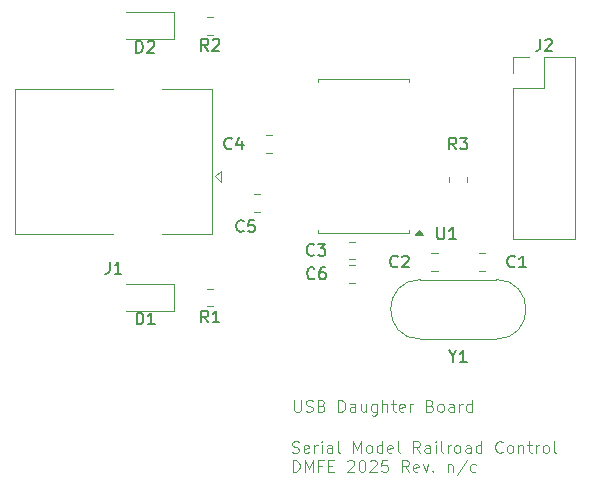
<source format=gbr>
%TF.GenerationSoftware,KiCad,Pcbnew,9.0.0*%
%TF.CreationDate,2025-03-23T19:11:54-07:00*%
%TF.ProjectId,SMRRC_USB,534d5252-435f-4555-9342-2e6b69636164,n/c*%
%TF.SameCoordinates,Original*%
%TF.FileFunction,Legend,Top*%
%TF.FilePolarity,Positive*%
%FSLAX46Y46*%
G04 Gerber Fmt 4.6, Leading zero omitted, Abs format (unit mm)*
G04 Created by KiCad (PCBNEW 9.0.0) date 2025-03-23 19:11:54*
%MOMM*%
%LPD*%
G01*
G04 APERTURE LIST*
%ADD10C,0.100000*%
%ADD11C,0.150000*%
%ADD12C,0.120000*%
G04 APERTURE END LIST*
D10*
X133103884Y-104672419D02*
X133103884Y-105481942D01*
X133103884Y-105481942D02*
X133151503Y-105577180D01*
X133151503Y-105577180D02*
X133199122Y-105624800D01*
X133199122Y-105624800D02*
X133294360Y-105672419D01*
X133294360Y-105672419D02*
X133484836Y-105672419D01*
X133484836Y-105672419D02*
X133580074Y-105624800D01*
X133580074Y-105624800D02*
X133627693Y-105577180D01*
X133627693Y-105577180D02*
X133675312Y-105481942D01*
X133675312Y-105481942D02*
X133675312Y-104672419D01*
X134103884Y-105624800D02*
X134246741Y-105672419D01*
X134246741Y-105672419D02*
X134484836Y-105672419D01*
X134484836Y-105672419D02*
X134580074Y-105624800D01*
X134580074Y-105624800D02*
X134627693Y-105577180D01*
X134627693Y-105577180D02*
X134675312Y-105481942D01*
X134675312Y-105481942D02*
X134675312Y-105386704D01*
X134675312Y-105386704D02*
X134627693Y-105291466D01*
X134627693Y-105291466D02*
X134580074Y-105243847D01*
X134580074Y-105243847D02*
X134484836Y-105196228D01*
X134484836Y-105196228D02*
X134294360Y-105148609D01*
X134294360Y-105148609D02*
X134199122Y-105100990D01*
X134199122Y-105100990D02*
X134151503Y-105053371D01*
X134151503Y-105053371D02*
X134103884Y-104958133D01*
X134103884Y-104958133D02*
X134103884Y-104862895D01*
X134103884Y-104862895D02*
X134151503Y-104767657D01*
X134151503Y-104767657D02*
X134199122Y-104720038D01*
X134199122Y-104720038D02*
X134294360Y-104672419D01*
X134294360Y-104672419D02*
X134532455Y-104672419D01*
X134532455Y-104672419D02*
X134675312Y-104720038D01*
X135437217Y-105148609D02*
X135580074Y-105196228D01*
X135580074Y-105196228D02*
X135627693Y-105243847D01*
X135627693Y-105243847D02*
X135675312Y-105339085D01*
X135675312Y-105339085D02*
X135675312Y-105481942D01*
X135675312Y-105481942D02*
X135627693Y-105577180D01*
X135627693Y-105577180D02*
X135580074Y-105624800D01*
X135580074Y-105624800D02*
X135484836Y-105672419D01*
X135484836Y-105672419D02*
X135103884Y-105672419D01*
X135103884Y-105672419D02*
X135103884Y-104672419D01*
X135103884Y-104672419D02*
X135437217Y-104672419D01*
X135437217Y-104672419D02*
X135532455Y-104720038D01*
X135532455Y-104720038D02*
X135580074Y-104767657D01*
X135580074Y-104767657D02*
X135627693Y-104862895D01*
X135627693Y-104862895D02*
X135627693Y-104958133D01*
X135627693Y-104958133D02*
X135580074Y-105053371D01*
X135580074Y-105053371D02*
X135532455Y-105100990D01*
X135532455Y-105100990D02*
X135437217Y-105148609D01*
X135437217Y-105148609D02*
X135103884Y-105148609D01*
X136865789Y-105672419D02*
X136865789Y-104672419D01*
X136865789Y-104672419D02*
X137103884Y-104672419D01*
X137103884Y-104672419D02*
X137246741Y-104720038D01*
X137246741Y-104720038D02*
X137341979Y-104815276D01*
X137341979Y-104815276D02*
X137389598Y-104910514D01*
X137389598Y-104910514D02*
X137437217Y-105100990D01*
X137437217Y-105100990D02*
X137437217Y-105243847D01*
X137437217Y-105243847D02*
X137389598Y-105434323D01*
X137389598Y-105434323D02*
X137341979Y-105529561D01*
X137341979Y-105529561D02*
X137246741Y-105624800D01*
X137246741Y-105624800D02*
X137103884Y-105672419D01*
X137103884Y-105672419D02*
X136865789Y-105672419D01*
X138294360Y-105672419D02*
X138294360Y-105148609D01*
X138294360Y-105148609D02*
X138246741Y-105053371D01*
X138246741Y-105053371D02*
X138151503Y-105005752D01*
X138151503Y-105005752D02*
X137961027Y-105005752D01*
X137961027Y-105005752D02*
X137865789Y-105053371D01*
X138294360Y-105624800D02*
X138199122Y-105672419D01*
X138199122Y-105672419D02*
X137961027Y-105672419D01*
X137961027Y-105672419D02*
X137865789Y-105624800D01*
X137865789Y-105624800D02*
X137818170Y-105529561D01*
X137818170Y-105529561D02*
X137818170Y-105434323D01*
X137818170Y-105434323D02*
X137865789Y-105339085D01*
X137865789Y-105339085D02*
X137961027Y-105291466D01*
X137961027Y-105291466D02*
X138199122Y-105291466D01*
X138199122Y-105291466D02*
X138294360Y-105243847D01*
X139199122Y-105005752D02*
X139199122Y-105672419D01*
X138770551Y-105005752D02*
X138770551Y-105529561D01*
X138770551Y-105529561D02*
X138818170Y-105624800D01*
X138818170Y-105624800D02*
X138913408Y-105672419D01*
X138913408Y-105672419D02*
X139056265Y-105672419D01*
X139056265Y-105672419D02*
X139151503Y-105624800D01*
X139151503Y-105624800D02*
X139199122Y-105577180D01*
X140103884Y-105005752D02*
X140103884Y-105815276D01*
X140103884Y-105815276D02*
X140056265Y-105910514D01*
X140056265Y-105910514D02*
X140008646Y-105958133D01*
X140008646Y-105958133D02*
X139913408Y-106005752D01*
X139913408Y-106005752D02*
X139770551Y-106005752D01*
X139770551Y-106005752D02*
X139675313Y-105958133D01*
X140103884Y-105624800D02*
X140008646Y-105672419D01*
X140008646Y-105672419D02*
X139818170Y-105672419D01*
X139818170Y-105672419D02*
X139722932Y-105624800D01*
X139722932Y-105624800D02*
X139675313Y-105577180D01*
X139675313Y-105577180D02*
X139627694Y-105481942D01*
X139627694Y-105481942D02*
X139627694Y-105196228D01*
X139627694Y-105196228D02*
X139675313Y-105100990D01*
X139675313Y-105100990D02*
X139722932Y-105053371D01*
X139722932Y-105053371D02*
X139818170Y-105005752D01*
X139818170Y-105005752D02*
X140008646Y-105005752D01*
X140008646Y-105005752D02*
X140103884Y-105053371D01*
X140580075Y-105672419D02*
X140580075Y-104672419D01*
X141008646Y-105672419D02*
X141008646Y-105148609D01*
X141008646Y-105148609D02*
X140961027Y-105053371D01*
X140961027Y-105053371D02*
X140865789Y-105005752D01*
X140865789Y-105005752D02*
X140722932Y-105005752D01*
X140722932Y-105005752D02*
X140627694Y-105053371D01*
X140627694Y-105053371D02*
X140580075Y-105100990D01*
X141341980Y-105005752D02*
X141722932Y-105005752D01*
X141484837Y-104672419D02*
X141484837Y-105529561D01*
X141484837Y-105529561D02*
X141532456Y-105624800D01*
X141532456Y-105624800D02*
X141627694Y-105672419D01*
X141627694Y-105672419D02*
X141722932Y-105672419D01*
X142437218Y-105624800D02*
X142341980Y-105672419D01*
X142341980Y-105672419D02*
X142151504Y-105672419D01*
X142151504Y-105672419D02*
X142056266Y-105624800D01*
X142056266Y-105624800D02*
X142008647Y-105529561D01*
X142008647Y-105529561D02*
X142008647Y-105148609D01*
X142008647Y-105148609D02*
X142056266Y-105053371D01*
X142056266Y-105053371D02*
X142151504Y-105005752D01*
X142151504Y-105005752D02*
X142341980Y-105005752D01*
X142341980Y-105005752D02*
X142437218Y-105053371D01*
X142437218Y-105053371D02*
X142484837Y-105148609D01*
X142484837Y-105148609D02*
X142484837Y-105243847D01*
X142484837Y-105243847D02*
X142008647Y-105339085D01*
X142913409Y-105672419D02*
X142913409Y-105005752D01*
X142913409Y-105196228D02*
X142961028Y-105100990D01*
X142961028Y-105100990D02*
X143008647Y-105053371D01*
X143008647Y-105053371D02*
X143103885Y-105005752D01*
X143103885Y-105005752D02*
X143199123Y-105005752D01*
X144627695Y-105148609D02*
X144770552Y-105196228D01*
X144770552Y-105196228D02*
X144818171Y-105243847D01*
X144818171Y-105243847D02*
X144865790Y-105339085D01*
X144865790Y-105339085D02*
X144865790Y-105481942D01*
X144865790Y-105481942D02*
X144818171Y-105577180D01*
X144818171Y-105577180D02*
X144770552Y-105624800D01*
X144770552Y-105624800D02*
X144675314Y-105672419D01*
X144675314Y-105672419D02*
X144294362Y-105672419D01*
X144294362Y-105672419D02*
X144294362Y-104672419D01*
X144294362Y-104672419D02*
X144627695Y-104672419D01*
X144627695Y-104672419D02*
X144722933Y-104720038D01*
X144722933Y-104720038D02*
X144770552Y-104767657D01*
X144770552Y-104767657D02*
X144818171Y-104862895D01*
X144818171Y-104862895D02*
X144818171Y-104958133D01*
X144818171Y-104958133D02*
X144770552Y-105053371D01*
X144770552Y-105053371D02*
X144722933Y-105100990D01*
X144722933Y-105100990D02*
X144627695Y-105148609D01*
X144627695Y-105148609D02*
X144294362Y-105148609D01*
X145437219Y-105672419D02*
X145341981Y-105624800D01*
X145341981Y-105624800D02*
X145294362Y-105577180D01*
X145294362Y-105577180D02*
X145246743Y-105481942D01*
X145246743Y-105481942D02*
X145246743Y-105196228D01*
X145246743Y-105196228D02*
X145294362Y-105100990D01*
X145294362Y-105100990D02*
X145341981Y-105053371D01*
X145341981Y-105053371D02*
X145437219Y-105005752D01*
X145437219Y-105005752D02*
X145580076Y-105005752D01*
X145580076Y-105005752D02*
X145675314Y-105053371D01*
X145675314Y-105053371D02*
X145722933Y-105100990D01*
X145722933Y-105100990D02*
X145770552Y-105196228D01*
X145770552Y-105196228D02*
X145770552Y-105481942D01*
X145770552Y-105481942D02*
X145722933Y-105577180D01*
X145722933Y-105577180D02*
X145675314Y-105624800D01*
X145675314Y-105624800D02*
X145580076Y-105672419D01*
X145580076Y-105672419D02*
X145437219Y-105672419D01*
X146627695Y-105672419D02*
X146627695Y-105148609D01*
X146627695Y-105148609D02*
X146580076Y-105053371D01*
X146580076Y-105053371D02*
X146484838Y-105005752D01*
X146484838Y-105005752D02*
X146294362Y-105005752D01*
X146294362Y-105005752D02*
X146199124Y-105053371D01*
X146627695Y-105624800D02*
X146532457Y-105672419D01*
X146532457Y-105672419D02*
X146294362Y-105672419D01*
X146294362Y-105672419D02*
X146199124Y-105624800D01*
X146199124Y-105624800D02*
X146151505Y-105529561D01*
X146151505Y-105529561D02*
X146151505Y-105434323D01*
X146151505Y-105434323D02*
X146199124Y-105339085D01*
X146199124Y-105339085D02*
X146294362Y-105291466D01*
X146294362Y-105291466D02*
X146532457Y-105291466D01*
X146532457Y-105291466D02*
X146627695Y-105243847D01*
X147103886Y-105672419D02*
X147103886Y-105005752D01*
X147103886Y-105196228D02*
X147151505Y-105100990D01*
X147151505Y-105100990D02*
X147199124Y-105053371D01*
X147199124Y-105053371D02*
X147294362Y-105005752D01*
X147294362Y-105005752D02*
X147389600Y-105005752D01*
X148151505Y-105672419D02*
X148151505Y-104672419D01*
X148151505Y-105624800D02*
X148056267Y-105672419D01*
X148056267Y-105672419D02*
X147865791Y-105672419D01*
X147865791Y-105672419D02*
X147770553Y-105624800D01*
X147770553Y-105624800D02*
X147722934Y-105577180D01*
X147722934Y-105577180D02*
X147675315Y-105481942D01*
X147675315Y-105481942D02*
X147675315Y-105196228D01*
X147675315Y-105196228D02*
X147722934Y-105100990D01*
X147722934Y-105100990D02*
X147770553Y-105053371D01*
X147770553Y-105053371D02*
X147865791Y-105005752D01*
X147865791Y-105005752D02*
X148056267Y-105005752D01*
X148056267Y-105005752D02*
X148151505Y-105053371D01*
X132956265Y-109114856D02*
X133099122Y-109162475D01*
X133099122Y-109162475D02*
X133337217Y-109162475D01*
X133337217Y-109162475D02*
X133432455Y-109114856D01*
X133432455Y-109114856D02*
X133480074Y-109067236D01*
X133480074Y-109067236D02*
X133527693Y-108971998D01*
X133527693Y-108971998D02*
X133527693Y-108876760D01*
X133527693Y-108876760D02*
X133480074Y-108781522D01*
X133480074Y-108781522D02*
X133432455Y-108733903D01*
X133432455Y-108733903D02*
X133337217Y-108686284D01*
X133337217Y-108686284D02*
X133146741Y-108638665D01*
X133146741Y-108638665D02*
X133051503Y-108591046D01*
X133051503Y-108591046D02*
X133003884Y-108543427D01*
X133003884Y-108543427D02*
X132956265Y-108448189D01*
X132956265Y-108448189D02*
X132956265Y-108352951D01*
X132956265Y-108352951D02*
X133003884Y-108257713D01*
X133003884Y-108257713D02*
X133051503Y-108210094D01*
X133051503Y-108210094D02*
X133146741Y-108162475D01*
X133146741Y-108162475D02*
X133384836Y-108162475D01*
X133384836Y-108162475D02*
X133527693Y-108210094D01*
X134337217Y-109114856D02*
X134241979Y-109162475D01*
X134241979Y-109162475D02*
X134051503Y-109162475D01*
X134051503Y-109162475D02*
X133956265Y-109114856D01*
X133956265Y-109114856D02*
X133908646Y-109019617D01*
X133908646Y-109019617D02*
X133908646Y-108638665D01*
X133908646Y-108638665D02*
X133956265Y-108543427D01*
X133956265Y-108543427D02*
X134051503Y-108495808D01*
X134051503Y-108495808D02*
X134241979Y-108495808D01*
X134241979Y-108495808D02*
X134337217Y-108543427D01*
X134337217Y-108543427D02*
X134384836Y-108638665D01*
X134384836Y-108638665D02*
X134384836Y-108733903D01*
X134384836Y-108733903D02*
X133908646Y-108829141D01*
X134813408Y-109162475D02*
X134813408Y-108495808D01*
X134813408Y-108686284D02*
X134861027Y-108591046D01*
X134861027Y-108591046D02*
X134908646Y-108543427D01*
X134908646Y-108543427D02*
X135003884Y-108495808D01*
X135003884Y-108495808D02*
X135099122Y-108495808D01*
X135432456Y-109162475D02*
X135432456Y-108495808D01*
X135432456Y-108162475D02*
X135384837Y-108210094D01*
X135384837Y-108210094D02*
X135432456Y-108257713D01*
X135432456Y-108257713D02*
X135480075Y-108210094D01*
X135480075Y-108210094D02*
X135432456Y-108162475D01*
X135432456Y-108162475D02*
X135432456Y-108257713D01*
X136337217Y-109162475D02*
X136337217Y-108638665D01*
X136337217Y-108638665D02*
X136289598Y-108543427D01*
X136289598Y-108543427D02*
X136194360Y-108495808D01*
X136194360Y-108495808D02*
X136003884Y-108495808D01*
X136003884Y-108495808D02*
X135908646Y-108543427D01*
X136337217Y-109114856D02*
X136241979Y-109162475D01*
X136241979Y-109162475D02*
X136003884Y-109162475D01*
X136003884Y-109162475D02*
X135908646Y-109114856D01*
X135908646Y-109114856D02*
X135861027Y-109019617D01*
X135861027Y-109019617D02*
X135861027Y-108924379D01*
X135861027Y-108924379D02*
X135908646Y-108829141D01*
X135908646Y-108829141D02*
X136003884Y-108781522D01*
X136003884Y-108781522D02*
X136241979Y-108781522D01*
X136241979Y-108781522D02*
X136337217Y-108733903D01*
X136956265Y-109162475D02*
X136861027Y-109114856D01*
X136861027Y-109114856D02*
X136813408Y-109019617D01*
X136813408Y-109019617D02*
X136813408Y-108162475D01*
X138099123Y-109162475D02*
X138099123Y-108162475D01*
X138099123Y-108162475D02*
X138432456Y-108876760D01*
X138432456Y-108876760D02*
X138765789Y-108162475D01*
X138765789Y-108162475D02*
X138765789Y-109162475D01*
X139384837Y-109162475D02*
X139289599Y-109114856D01*
X139289599Y-109114856D02*
X139241980Y-109067236D01*
X139241980Y-109067236D02*
X139194361Y-108971998D01*
X139194361Y-108971998D02*
X139194361Y-108686284D01*
X139194361Y-108686284D02*
X139241980Y-108591046D01*
X139241980Y-108591046D02*
X139289599Y-108543427D01*
X139289599Y-108543427D02*
X139384837Y-108495808D01*
X139384837Y-108495808D02*
X139527694Y-108495808D01*
X139527694Y-108495808D02*
X139622932Y-108543427D01*
X139622932Y-108543427D02*
X139670551Y-108591046D01*
X139670551Y-108591046D02*
X139718170Y-108686284D01*
X139718170Y-108686284D02*
X139718170Y-108971998D01*
X139718170Y-108971998D02*
X139670551Y-109067236D01*
X139670551Y-109067236D02*
X139622932Y-109114856D01*
X139622932Y-109114856D02*
X139527694Y-109162475D01*
X139527694Y-109162475D02*
X139384837Y-109162475D01*
X140575313Y-109162475D02*
X140575313Y-108162475D01*
X140575313Y-109114856D02*
X140480075Y-109162475D01*
X140480075Y-109162475D02*
X140289599Y-109162475D01*
X140289599Y-109162475D02*
X140194361Y-109114856D01*
X140194361Y-109114856D02*
X140146742Y-109067236D01*
X140146742Y-109067236D02*
X140099123Y-108971998D01*
X140099123Y-108971998D02*
X140099123Y-108686284D01*
X140099123Y-108686284D02*
X140146742Y-108591046D01*
X140146742Y-108591046D02*
X140194361Y-108543427D01*
X140194361Y-108543427D02*
X140289599Y-108495808D01*
X140289599Y-108495808D02*
X140480075Y-108495808D01*
X140480075Y-108495808D02*
X140575313Y-108543427D01*
X141432456Y-109114856D02*
X141337218Y-109162475D01*
X141337218Y-109162475D02*
X141146742Y-109162475D01*
X141146742Y-109162475D02*
X141051504Y-109114856D01*
X141051504Y-109114856D02*
X141003885Y-109019617D01*
X141003885Y-109019617D02*
X141003885Y-108638665D01*
X141003885Y-108638665D02*
X141051504Y-108543427D01*
X141051504Y-108543427D02*
X141146742Y-108495808D01*
X141146742Y-108495808D02*
X141337218Y-108495808D01*
X141337218Y-108495808D02*
X141432456Y-108543427D01*
X141432456Y-108543427D02*
X141480075Y-108638665D01*
X141480075Y-108638665D02*
X141480075Y-108733903D01*
X141480075Y-108733903D02*
X141003885Y-108829141D01*
X142051504Y-109162475D02*
X141956266Y-109114856D01*
X141956266Y-109114856D02*
X141908647Y-109019617D01*
X141908647Y-109019617D02*
X141908647Y-108162475D01*
X143765790Y-109162475D02*
X143432457Y-108686284D01*
X143194362Y-109162475D02*
X143194362Y-108162475D01*
X143194362Y-108162475D02*
X143575314Y-108162475D01*
X143575314Y-108162475D02*
X143670552Y-108210094D01*
X143670552Y-108210094D02*
X143718171Y-108257713D01*
X143718171Y-108257713D02*
X143765790Y-108352951D01*
X143765790Y-108352951D02*
X143765790Y-108495808D01*
X143765790Y-108495808D02*
X143718171Y-108591046D01*
X143718171Y-108591046D02*
X143670552Y-108638665D01*
X143670552Y-108638665D02*
X143575314Y-108686284D01*
X143575314Y-108686284D02*
X143194362Y-108686284D01*
X144622933Y-109162475D02*
X144622933Y-108638665D01*
X144622933Y-108638665D02*
X144575314Y-108543427D01*
X144575314Y-108543427D02*
X144480076Y-108495808D01*
X144480076Y-108495808D02*
X144289600Y-108495808D01*
X144289600Y-108495808D02*
X144194362Y-108543427D01*
X144622933Y-109114856D02*
X144527695Y-109162475D01*
X144527695Y-109162475D02*
X144289600Y-109162475D01*
X144289600Y-109162475D02*
X144194362Y-109114856D01*
X144194362Y-109114856D02*
X144146743Y-109019617D01*
X144146743Y-109019617D02*
X144146743Y-108924379D01*
X144146743Y-108924379D02*
X144194362Y-108829141D01*
X144194362Y-108829141D02*
X144289600Y-108781522D01*
X144289600Y-108781522D02*
X144527695Y-108781522D01*
X144527695Y-108781522D02*
X144622933Y-108733903D01*
X145099124Y-109162475D02*
X145099124Y-108495808D01*
X145099124Y-108162475D02*
X145051505Y-108210094D01*
X145051505Y-108210094D02*
X145099124Y-108257713D01*
X145099124Y-108257713D02*
X145146743Y-108210094D01*
X145146743Y-108210094D02*
X145099124Y-108162475D01*
X145099124Y-108162475D02*
X145099124Y-108257713D01*
X145718171Y-109162475D02*
X145622933Y-109114856D01*
X145622933Y-109114856D02*
X145575314Y-109019617D01*
X145575314Y-109019617D02*
X145575314Y-108162475D01*
X146099124Y-109162475D02*
X146099124Y-108495808D01*
X146099124Y-108686284D02*
X146146743Y-108591046D01*
X146146743Y-108591046D02*
X146194362Y-108543427D01*
X146194362Y-108543427D02*
X146289600Y-108495808D01*
X146289600Y-108495808D02*
X146384838Y-108495808D01*
X146861029Y-109162475D02*
X146765791Y-109114856D01*
X146765791Y-109114856D02*
X146718172Y-109067236D01*
X146718172Y-109067236D02*
X146670553Y-108971998D01*
X146670553Y-108971998D02*
X146670553Y-108686284D01*
X146670553Y-108686284D02*
X146718172Y-108591046D01*
X146718172Y-108591046D02*
X146765791Y-108543427D01*
X146765791Y-108543427D02*
X146861029Y-108495808D01*
X146861029Y-108495808D02*
X147003886Y-108495808D01*
X147003886Y-108495808D02*
X147099124Y-108543427D01*
X147099124Y-108543427D02*
X147146743Y-108591046D01*
X147146743Y-108591046D02*
X147194362Y-108686284D01*
X147194362Y-108686284D02*
X147194362Y-108971998D01*
X147194362Y-108971998D02*
X147146743Y-109067236D01*
X147146743Y-109067236D02*
X147099124Y-109114856D01*
X147099124Y-109114856D02*
X147003886Y-109162475D01*
X147003886Y-109162475D02*
X146861029Y-109162475D01*
X148051505Y-109162475D02*
X148051505Y-108638665D01*
X148051505Y-108638665D02*
X148003886Y-108543427D01*
X148003886Y-108543427D02*
X147908648Y-108495808D01*
X147908648Y-108495808D02*
X147718172Y-108495808D01*
X147718172Y-108495808D02*
X147622934Y-108543427D01*
X148051505Y-109114856D02*
X147956267Y-109162475D01*
X147956267Y-109162475D02*
X147718172Y-109162475D01*
X147718172Y-109162475D02*
X147622934Y-109114856D01*
X147622934Y-109114856D02*
X147575315Y-109019617D01*
X147575315Y-109019617D02*
X147575315Y-108924379D01*
X147575315Y-108924379D02*
X147622934Y-108829141D01*
X147622934Y-108829141D02*
X147718172Y-108781522D01*
X147718172Y-108781522D02*
X147956267Y-108781522D01*
X147956267Y-108781522D02*
X148051505Y-108733903D01*
X148956267Y-109162475D02*
X148956267Y-108162475D01*
X148956267Y-109114856D02*
X148861029Y-109162475D01*
X148861029Y-109162475D02*
X148670553Y-109162475D01*
X148670553Y-109162475D02*
X148575315Y-109114856D01*
X148575315Y-109114856D02*
X148527696Y-109067236D01*
X148527696Y-109067236D02*
X148480077Y-108971998D01*
X148480077Y-108971998D02*
X148480077Y-108686284D01*
X148480077Y-108686284D02*
X148527696Y-108591046D01*
X148527696Y-108591046D02*
X148575315Y-108543427D01*
X148575315Y-108543427D02*
X148670553Y-108495808D01*
X148670553Y-108495808D02*
X148861029Y-108495808D01*
X148861029Y-108495808D02*
X148956267Y-108543427D01*
X150765791Y-109067236D02*
X150718172Y-109114856D01*
X150718172Y-109114856D02*
X150575315Y-109162475D01*
X150575315Y-109162475D02*
X150480077Y-109162475D01*
X150480077Y-109162475D02*
X150337220Y-109114856D01*
X150337220Y-109114856D02*
X150241982Y-109019617D01*
X150241982Y-109019617D02*
X150194363Y-108924379D01*
X150194363Y-108924379D02*
X150146744Y-108733903D01*
X150146744Y-108733903D02*
X150146744Y-108591046D01*
X150146744Y-108591046D02*
X150194363Y-108400570D01*
X150194363Y-108400570D02*
X150241982Y-108305332D01*
X150241982Y-108305332D02*
X150337220Y-108210094D01*
X150337220Y-108210094D02*
X150480077Y-108162475D01*
X150480077Y-108162475D02*
X150575315Y-108162475D01*
X150575315Y-108162475D02*
X150718172Y-108210094D01*
X150718172Y-108210094D02*
X150765791Y-108257713D01*
X151337220Y-109162475D02*
X151241982Y-109114856D01*
X151241982Y-109114856D02*
X151194363Y-109067236D01*
X151194363Y-109067236D02*
X151146744Y-108971998D01*
X151146744Y-108971998D02*
X151146744Y-108686284D01*
X151146744Y-108686284D02*
X151194363Y-108591046D01*
X151194363Y-108591046D02*
X151241982Y-108543427D01*
X151241982Y-108543427D02*
X151337220Y-108495808D01*
X151337220Y-108495808D02*
X151480077Y-108495808D01*
X151480077Y-108495808D02*
X151575315Y-108543427D01*
X151575315Y-108543427D02*
X151622934Y-108591046D01*
X151622934Y-108591046D02*
X151670553Y-108686284D01*
X151670553Y-108686284D02*
X151670553Y-108971998D01*
X151670553Y-108971998D02*
X151622934Y-109067236D01*
X151622934Y-109067236D02*
X151575315Y-109114856D01*
X151575315Y-109114856D02*
X151480077Y-109162475D01*
X151480077Y-109162475D02*
X151337220Y-109162475D01*
X152099125Y-108495808D02*
X152099125Y-109162475D01*
X152099125Y-108591046D02*
X152146744Y-108543427D01*
X152146744Y-108543427D02*
X152241982Y-108495808D01*
X152241982Y-108495808D02*
X152384839Y-108495808D01*
X152384839Y-108495808D02*
X152480077Y-108543427D01*
X152480077Y-108543427D02*
X152527696Y-108638665D01*
X152527696Y-108638665D02*
X152527696Y-109162475D01*
X152861030Y-108495808D02*
X153241982Y-108495808D01*
X153003887Y-108162475D02*
X153003887Y-109019617D01*
X153003887Y-109019617D02*
X153051506Y-109114856D01*
X153051506Y-109114856D02*
X153146744Y-109162475D01*
X153146744Y-109162475D02*
X153241982Y-109162475D01*
X153575316Y-109162475D02*
X153575316Y-108495808D01*
X153575316Y-108686284D02*
X153622935Y-108591046D01*
X153622935Y-108591046D02*
X153670554Y-108543427D01*
X153670554Y-108543427D02*
X153765792Y-108495808D01*
X153765792Y-108495808D02*
X153861030Y-108495808D01*
X154337221Y-109162475D02*
X154241983Y-109114856D01*
X154241983Y-109114856D02*
X154194364Y-109067236D01*
X154194364Y-109067236D02*
X154146745Y-108971998D01*
X154146745Y-108971998D02*
X154146745Y-108686284D01*
X154146745Y-108686284D02*
X154194364Y-108591046D01*
X154194364Y-108591046D02*
X154241983Y-108543427D01*
X154241983Y-108543427D02*
X154337221Y-108495808D01*
X154337221Y-108495808D02*
X154480078Y-108495808D01*
X154480078Y-108495808D02*
X154575316Y-108543427D01*
X154575316Y-108543427D02*
X154622935Y-108591046D01*
X154622935Y-108591046D02*
X154670554Y-108686284D01*
X154670554Y-108686284D02*
X154670554Y-108971998D01*
X154670554Y-108971998D02*
X154622935Y-109067236D01*
X154622935Y-109067236D02*
X154575316Y-109114856D01*
X154575316Y-109114856D02*
X154480078Y-109162475D01*
X154480078Y-109162475D02*
X154337221Y-109162475D01*
X155241983Y-109162475D02*
X155146745Y-109114856D01*
X155146745Y-109114856D02*
X155099126Y-109019617D01*
X155099126Y-109019617D02*
X155099126Y-108162475D01*
X133003884Y-110772419D02*
X133003884Y-109772419D01*
X133003884Y-109772419D02*
X133241979Y-109772419D01*
X133241979Y-109772419D02*
X133384836Y-109820038D01*
X133384836Y-109820038D02*
X133480074Y-109915276D01*
X133480074Y-109915276D02*
X133527693Y-110010514D01*
X133527693Y-110010514D02*
X133575312Y-110200990D01*
X133575312Y-110200990D02*
X133575312Y-110343847D01*
X133575312Y-110343847D02*
X133527693Y-110534323D01*
X133527693Y-110534323D02*
X133480074Y-110629561D01*
X133480074Y-110629561D02*
X133384836Y-110724800D01*
X133384836Y-110724800D02*
X133241979Y-110772419D01*
X133241979Y-110772419D02*
X133003884Y-110772419D01*
X134003884Y-110772419D02*
X134003884Y-109772419D01*
X134003884Y-109772419D02*
X134337217Y-110486704D01*
X134337217Y-110486704D02*
X134670550Y-109772419D01*
X134670550Y-109772419D02*
X134670550Y-110772419D01*
X135480074Y-110248609D02*
X135146741Y-110248609D01*
X135146741Y-110772419D02*
X135146741Y-109772419D01*
X135146741Y-109772419D02*
X135622931Y-109772419D01*
X136003884Y-110248609D02*
X136337217Y-110248609D01*
X136480074Y-110772419D02*
X136003884Y-110772419D01*
X136003884Y-110772419D02*
X136003884Y-109772419D01*
X136003884Y-109772419D02*
X136480074Y-109772419D01*
X137622932Y-109867657D02*
X137670551Y-109820038D01*
X137670551Y-109820038D02*
X137765789Y-109772419D01*
X137765789Y-109772419D02*
X138003884Y-109772419D01*
X138003884Y-109772419D02*
X138099122Y-109820038D01*
X138099122Y-109820038D02*
X138146741Y-109867657D01*
X138146741Y-109867657D02*
X138194360Y-109962895D01*
X138194360Y-109962895D02*
X138194360Y-110058133D01*
X138194360Y-110058133D02*
X138146741Y-110200990D01*
X138146741Y-110200990D02*
X137575313Y-110772419D01*
X137575313Y-110772419D02*
X138194360Y-110772419D01*
X138813408Y-109772419D02*
X138908646Y-109772419D01*
X138908646Y-109772419D02*
X139003884Y-109820038D01*
X139003884Y-109820038D02*
X139051503Y-109867657D01*
X139051503Y-109867657D02*
X139099122Y-109962895D01*
X139099122Y-109962895D02*
X139146741Y-110153371D01*
X139146741Y-110153371D02*
X139146741Y-110391466D01*
X139146741Y-110391466D02*
X139099122Y-110581942D01*
X139099122Y-110581942D02*
X139051503Y-110677180D01*
X139051503Y-110677180D02*
X139003884Y-110724800D01*
X139003884Y-110724800D02*
X138908646Y-110772419D01*
X138908646Y-110772419D02*
X138813408Y-110772419D01*
X138813408Y-110772419D02*
X138718170Y-110724800D01*
X138718170Y-110724800D02*
X138670551Y-110677180D01*
X138670551Y-110677180D02*
X138622932Y-110581942D01*
X138622932Y-110581942D02*
X138575313Y-110391466D01*
X138575313Y-110391466D02*
X138575313Y-110153371D01*
X138575313Y-110153371D02*
X138622932Y-109962895D01*
X138622932Y-109962895D02*
X138670551Y-109867657D01*
X138670551Y-109867657D02*
X138718170Y-109820038D01*
X138718170Y-109820038D02*
X138813408Y-109772419D01*
X139527694Y-109867657D02*
X139575313Y-109820038D01*
X139575313Y-109820038D02*
X139670551Y-109772419D01*
X139670551Y-109772419D02*
X139908646Y-109772419D01*
X139908646Y-109772419D02*
X140003884Y-109820038D01*
X140003884Y-109820038D02*
X140051503Y-109867657D01*
X140051503Y-109867657D02*
X140099122Y-109962895D01*
X140099122Y-109962895D02*
X140099122Y-110058133D01*
X140099122Y-110058133D02*
X140051503Y-110200990D01*
X140051503Y-110200990D02*
X139480075Y-110772419D01*
X139480075Y-110772419D02*
X140099122Y-110772419D01*
X141003884Y-109772419D02*
X140527694Y-109772419D01*
X140527694Y-109772419D02*
X140480075Y-110248609D01*
X140480075Y-110248609D02*
X140527694Y-110200990D01*
X140527694Y-110200990D02*
X140622932Y-110153371D01*
X140622932Y-110153371D02*
X140861027Y-110153371D01*
X140861027Y-110153371D02*
X140956265Y-110200990D01*
X140956265Y-110200990D02*
X141003884Y-110248609D01*
X141003884Y-110248609D02*
X141051503Y-110343847D01*
X141051503Y-110343847D02*
X141051503Y-110581942D01*
X141051503Y-110581942D02*
X141003884Y-110677180D01*
X141003884Y-110677180D02*
X140956265Y-110724800D01*
X140956265Y-110724800D02*
X140861027Y-110772419D01*
X140861027Y-110772419D02*
X140622932Y-110772419D01*
X140622932Y-110772419D02*
X140527694Y-110724800D01*
X140527694Y-110724800D02*
X140480075Y-110677180D01*
X142813408Y-110772419D02*
X142480075Y-110296228D01*
X142241980Y-110772419D02*
X142241980Y-109772419D01*
X142241980Y-109772419D02*
X142622932Y-109772419D01*
X142622932Y-109772419D02*
X142718170Y-109820038D01*
X142718170Y-109820038D02*
X142765789Y-109867657D01*
X142765789Y-109867657D02*
X142813408Y-109962895D01*
X142813408Y-109962895D02*
X142813408Y-110105752D01*
X142813408Y-110105752D02*
X142765789Y-110200990D01*
X142765789Y-110200990D02*
X142718170Y-110248609D01*
X142718170Y-110248609D02*
X142622932Y-110296228D01*
X142622932Y-110296228D02*
X142241980Y-110296228D01*
X143622932Y-110724800D02*
X143527694Y-110772419D01*
X143527694Y-110772419D02*
X143337218Y-110772419D01*
X143337218Y-110772419D02*
X143241980Y-110724800D01*
X143241980Y-110724800D02*
X143194361Y-110629561D01*
X143194361Y-110629561D02*
X143194361Y-110248609D01*
X143194361Y-110248609D02*
X143241980Y-110153371D01*
X143241980Y-110153371D02*
X143337218Y-110105752D01*
X143337218Y-110105752D02*
X143527694Y-110105752D01*
X143527694Y-110105752D02*
X143622932Y-110153371D01*
X143622932Y-110153371D02*
X143670551Y-110248609D01*
X143670551Y-110248609D02*
X143670551Y-110343847D01*
X143670551Y-110343847D02*
X143194361Y-110439085D01*
X144003885Y-110105752D02*
X144241980Y-110772419D01*
X144241980Y-110772419D02*
X144480075Y-110105752D01*
X144861028Y-110677180D02*
X144908647Y-110724800D01*
X144908647Y-110724800D02*
X144861028Y-110772419D01*
X144861028Y-110772419D02*
X144813409Y-110724800D01*
X144813409Y-110724800D02*
X144861028Y-110677180D01*
X144861028Y-110677180D02*
X144861028Y-110772419D01*
X146099123Y-110105752D02*
X146099123Y-110772419D01*
X146099123Y-110200990D02*
X146146742Y-110153371D01*
X146146742Y-110153371D02*
X146241980Y-110105752D01*
X146241980Y-110105752D02*
X146384837Y-110105752D01*
X146384837Y-110105752D02*
X146480075Y-110153371D01*
X146480075Y-110153371D02*
X146527694Y-110248609D01*
X146527694Y-110248609D02*
X146527694Y-110772419D01*
X147718170Y-109724800D02*
X146861028Y-111010514D01*
X148480075Y-110724800D02*
X148384837Y-110772419D01*
X148384837Y-110772419D02*
X148194361Y-110772419D01*
X148194361Y-110772419D02*
X148099123Y-110724800D01*
X148099123Y-110724800D02*
X148051504Y-110677180D01*
X148051504Y-110677180D02*
X148003885Y-110581942D01*
X148003885Y-110581942D02*
X148003885Y-110296228D01*
X148003885Y-110296228D02*
X148051504Y-110200990D01*
X148051504Y-110200990D02*
X148099123Y-110153371D01*
X148099123Y-110153371D02*
X148194361Y-110105752D01*
X148194361Y-110105752D02*
X148384837Y-110105752D01*
X148384837Y-110105752D02*
X148480075Y-110153371D01*
D11*
X146523809Y-100978628D02*
X146523809Y-101454819D01*
X146190476Y-100454819D02*
X146523809Y-100978628D01*
X146523809Y-100978628D02*
X146857142Y-100454819D01*
X147714285Y-101454819D02*
X147142857Y-101454819D01*
X147428571Y-101454819D02*
X147428571Y-100454819D01*
X147428571Y-100454819D02*
X147333333Y-100597676D01*
X147333333Y-100597676D02*
X147238095Y-100692914D01*
X147238095Y-100692914D02*
X147142857Y-100740533D01*
X145238095Y-90054819D02*
X145238095Y-90864342D01*
X145238095Y-90864342D02*
X145285714Y-90959580D01*
X145285714Y-90959580D02*
X145333333Y-91007200D01*
X145333333Y-91007200D02*
X145428571Y-91054819D01*
X145428571Y-91054819D02*
X145619047Y-91054819D01*
X145619047Y-91054819D02*
X145714285Y-91007200D01*
X145714285Y-91007200D02*
X145761904Y-90959580D01*
X145761904Y-90959580D02*
X145809523Y-90864342D01*
X145809523Y-90864342D02*
X145809523Y-90054819D01*
X146809523Y-91054819D02*
X146238095Y-91054819D01*
X146523809Y-91054819D02*
X146523809Y-90054819D01*
X146523809Y-90054819D02*
X146428571Y-90197676D01*
X146428571Y-90197676D02*
X146333333Y-90292914D01*
X146333333Y-90292914D02*
X146238095Y-90340533D01*
X146833333Y-83454819D02*
X146500000Y-82978628D01*
X146261905Y-83454819D02*
X146261905Y-82454819D01*
X146261905Y-82454819D02*
X146642857Y-82454819D01*
X146642857Y-82454819D02*
X146738095Y-82502438D01*
X146738095Y-82502438D02*
X146785714Y-82550057D01*
X146785714Y-82550057D02*
X146833333Y-82645295D01*
X146833333Y-82645295D02*
X146833333Y-82788152D01*
X146833333Y-82788152D02*
X146785714Y-82883390D01*
X146785714Y-82883390D02*
X146738095Y-82931009D01*
X146738095Y-82931009D02*
X146642857Y-82978628D01*
X146642857Y-82978628D02*
X146261905Y-82978628D01*
X147166667Y-82454819D02*
X147785714Y-82454819D01*
X147785714Y-82454819D02*
X147452381Y-82835771D01*
X147452381Y-82835771D02*
X147595238Y-82835771D01*
X147595238Y-82835771D02*
X147690476Y-82883390D01*
X147690476Y-82883390D02*
X147738095Y-82931009D01*
X147738095Y-82931009D02*
X147785714Y-83026247D01*
X147785714Y-83026247D02*
X147785714Y-83264342D01*
X147785714Y-83264342D02*
X147738095Y-83359580D01*
X147738095Y-83359580D02*
X147690476Y-83407200D01*
X147690476Y-83407200D02*
X147595238Y-83454819D01*
X147595238Y-83454819D02*
X147309524Y-83454819D01*
X147309524Y-83454819D02*
X147214286Y-83407200D01*
X147214286Y-83407200D02*
X147166667Y-83359580D01*
X125833333Y-75104819D02*
X125500000Y-74628628D01*
X125261905Y-75104819D02*
X125261905Y-74104819D01*
X125261905Y-74104819D02*
X125642857Y-74104819D01*
X125642857Y-74104819D02*
X125738095Y-74152438D01*
X125738095Y-74152438D02*
X125785714Y-74200057D01*
X125785714Y-74200057D02*
X125833333Y-74295295D01*
X125833333Y-74295295D02*
X125833333Y-74438152D01*
X125833333Y-74438152D02*
X125785714Y-74533390D01*
X125785714Y-74533390D02*
X125738095Y-74581009D01*
X125738095Y-74581009D02*
X125642857Y-74628628D01*
X125642857Y-74628628D02*
X125261905Y-74628628D01*
X126214286Y-74200057D02*
X126261905Y-74152438D01*
X126261905Y-74152438D02*
X126357143Y-74104819D01*
X126357143Y-74104819D02*
X126595238Y-74104819D01*
X126595238Y-74104819D02*
X126690476Y-74152438D01*
X126690476Y-74152438D02*
X126738095Y-74200057D01*
X126738095Y-74200057D02*
X126785714Y-74295295D01*
X126785714Y-74295295D02*
X126785714Y-74390533D01*
X126785714Y-74390533D02*
X126738095Y-74533390D01*
X126738095Y-74533390D02*
X126166667Y-75104819D01*
X126166667Y-75104819D02*
X126785714Y-75104819D01*
X125833333Y-98104819D02*
X125500000Y-97628628D01*
X125261905Y-98104819D02*
X125261905Y-97104819D01*
X125261905Y-97104819D02*
X125642857Y-97104819D01*
X125642857Y-97104819D02*
X125738095Y-97152438D01*
X125738095Y-97152438D02*
X125785714Y-97200057D01*
X125785714Y-97200057D02*
X125833333Y-97295295D01*
X125833333Y-97295295D02*
X125833333Y-97438152D01*
X125833333Y-97438152D02*
X125785714Y-97533390D01*
X125785714Y-97533390D02*
X125738095Y-97581009D01*
X125738095Y-97581009D02*
X125642857Y-97628628D01*
X125642857Y-97628628D02*
X125261905Y-97628628D01*
X126785714Y-98104819D02*
X126214286Y-98104819D01*
X126500000Y-98104819D02*
X126500000Y-97104819D01*
X126500000Y-97104819D02*
X126404762Y-97247676D01*
X126404762Y-97247676D02*
X126309524Y-97342914D01*
X126309524Y-97342914D02*
X126214286Y-97390533D01*
X153936666Y-74124819D02*
X153936666Y-74839104D01*
X153936666Y-74839104D02*
X153889047Y-74981961D01*
X153889047Y-74981961D02*
X153793809Y-75077200D01*
X153793809Y-75077200D02*
X153650952Y-75124819D01*
X153650952Y-75124819D02*
X153555714Y-75124819D01*
X154365238Y-74220057D02*
X154412857Y-74172438D01*
X154412857Y-74172438D02*
X154508095Y-74124819D01*
X154508095Y-74124819D02*
X154746190Y-74124819D01*
X154746190Y-74124819D02*
X154841428Y-74172438D01*
X154841428Y-74172438D02*
X154889047Y-74220057D01*
X154889047Y-74220057D02*
X154936666Y-74315295D01*
X154936666Y-74315295D02*
X154936666Y-74410533D01*
X154936666Y-74410533D02*
X154889047Y-74553390D01*
X154889047Y-74553390D02*
X154317619Y-75124819D01*
X154317619Y-75124819D02*
X154936666Y-75124819D01*
X117484166Y-92974819D02*
X117484166Y-93689104D01*
X117484166Y-93689104D02*
X117436547Y-93831961D01*
X117436547Y-93831961D02*
X117341309Y-93927200D01*
X117341309Y-93927200D02*
X117198452Y-93974819D01*
X117198452Y-93974819D02*
X117103214Y-93974819D01*
X118484166Y-93974819D02*
X117912738Y-93974819D01*
X118198452Y-93974819D02*
X118198452Y-92974819D01*
X118198452Y-92974819D02*
X118103214Y-93117676D01*
X118103214Y-93117676D02*
X118007976Y-93212914D01*
X118007976Y-93212914D02*
X117912738Y-93260533D01*
X119749405Y-75274819D02*
X119749405Y-74274819D01*
X119749405Y-74274819D02*
X119987500Y-74274819D01*
X119987500Y-74274819D02*
X120130357Y-74322438D01*
X120130357Y-74322438D02*
X120225595Y-74417676D01*
X120225595Y-74417676D02*
X120273214Y-74512914D01*
X120273214Y-74512914D02*
X120320833Y-74703390D01*
X120320833Y-74703390D02*
X120320833Y-74846247D01*
X120320833Y-74846247D02*
X120273214Y-75036723D01*
X120273214Y-75036723D02*
X120225595Y-75131961D01*
X120225595Y-75131961D02*
X120130357Y-75227200D01*
X120130357Y-75227200D02*
X119987500Y-75274819D01*
X119987500Y-75274819D02*
X119749405Y-75274819D01*
X120701786Y-74370057D02*
X120749405Y-74322438D01*
X120749405Y-74322438D02*
X120844643Y-74274819D01*
X120844643Y-74274819D02*
X121082738Y-74274819D01*
X121082738Y-74274819D02*
X121177976Y-74322438D01*
X121177976Y-74322438D02*
X121225595Y-74370057D01*
X121225595Y-74370057D02*
X121273214Y-74465295D01*
X121273214Y-74465295D02*
X121273214Y-74560533D01*
X121273214Y-74560533D02*
X121225595Y-74703390D01*
X121225595Y-74703390D02*
X120654167Y-75274819D01*
X120654167Y-75274819D02*
X121273214Y-75274819D01*
X119774405Y-98274819D02*
X119774405Y-97274819D01*
X119774405Y-97274819D02*
X120012500Y-97274819D01*
X120012500Y-97274819D02*
X120155357Y-97322438D01*
X120155357Y-97322438D02*
X120250595Y-97417676D01*
X120250595Y-97417676D02*
X120298214Y-97512914D01*
X120298214Y-97512914D02*
X120345833Y-97703390D01*
X120345833Y-97703390D02*
X120345833Y-97846247D01*
X120345833Y-97846247D02*
X120298214Y-98036723D01*
X120298214Y-98036723D02*
X120250595Y-98131961D01*
X120250595Y-98131961D02*
X120155357Y-98227200D01*
X120155357Y-98227200D02*
X120012500Y-98274819D01*
X120012500Y-98274819D02*
X119774405Y-98274819D01*
X121298214Y-98274819D02*
X120726786Y-98274819D01*
X121012500Y-98274819D02*
X121012500Y-97274819D01*
X121012500Y-97274819D02*
X120917262Y-97417676D01*
X120917262Y-97417676D02*
X120822024Y-97512914D01*
X120822024Y-97512914D02*
X120726786Y-97560533D01*
X134833333Y-94359580D02*
X134785714Y-94407200D01*
X134785714Y-94407200D02*
X134642857Y-94454819D01*
X134642857Y-94454819D02*
X134547619Y-94454819D01*
X134547619Y-94454819D02*
X134404762Y-94407200D01*
X134404762Y-94407200D02*
X134309524Y-94311961D01*
X134309524Y-94311961D02*
X134261905Y-94216723D01*
X134261905Y-94216723D02*
X134214286Y-94026247D01*
X134214286Y-94026247D02*
X134214286Y-93883390D01*
X134214286Y-93883390D02*
X134261905Y-93692914D01*
X134261905Y-93692914D02*
X134309524Y-93597676D01*
X134309524Y-93597676D02*
X134404762Y-93502438D01*
X134404762Y-93502438D02*
X134547619Y-93454819D01*
X134547619Y-93454819D02*
X134642857Y-93454819D01*
X134642857Y-93454819D02*
X134785714Y-93502438D01*
X134785714Y-93502438D02*
X134833333Y-93550057D01*
X135690476Y-93454819D02*
X135500000Y-93454819D01*
X135500000Y-93454819D02*
X135404762Y-93502438D01*
X135404762Y-93502438D02*
X135357143Y-93550057D01*
X135357143Y-93550057D02*
X135261905Y-93692914D01*
X135261905Y-93692914D02*
X135214286Y-93883390D01*
X135214286Y-93883390D02*
X135214286Y-94264342D01*
X135214286Y-94264342D02*
X135261905Y-94359580D01*
X135261905Y-94359580D02*
X135309524Y-94407200D01*
X135309524Y-94407200D02*
X135404762Y-94454819D01*
X135404762Y-94454819D02*
X135595238Y-94454819D01*
X135595238Y-94454819D02*
X135690476Y-94407200D01*
X135690476Y-94407200D02*
X135738095Y-94359580D01*
X135738095Y-94359580D02*
X135785714Y-94264342D01*
X135785714Y-94264342D02*
X135785714Y-94026247D01*
X135785714Y-94026247D02*
X135738095Y-93931009D01*
X135738095Y-93931009D02*
X135690476Y-93883390D01*
X135690476Y-93883390D02*
X135595238Y-93835771D01*
X135595238Y-93835771D02*
X135404762Y-93835771D01*
X135404762Y-93835771D02*
X135309524Y-93883390D01*
X135309524Y-93883390D02*
X135261905Y-93931009D01*
X135261905Y-93931009D02*
X135214286Y-94026247D01*
X128833333Y-90359580D02*
X128785714Y-90407200D01*
X128785714Y-90407200D02*
X128642857Y-90454819D01*
X128642857Y-90454819D02*
X128547619Y-90454819D01*
X128547619Y-90454819D02*
X128404762Y-90407200D01*
X128404762Y-90407200D02*
X128309524Y-90311961D01*
X128309524Y-90311961D02*
X128261905Y-90216723D01*
X128261905Y-90216723D02*
X128214286Y-90026247D01*
X128214286Y-90026247D02*
X128214286Y-89883390D01*
X128214286Y-89883390D02*
X128261905Y-89692914D01*
X128261905Y-89692914D02*
X128309524Y-89597676D01*
X128309524Y-89597676D02*
X128404762Y-89502438D01*
X128404762Y-89502438D02*
X128547619Y-89454819D01*
X128547619Y-89454819D02*
X128642857Y-89454819D01*
X128642857Y-89454819D02*
X128785714Y-89502438D01*
X128785714Y-89502438D02*
X128833333Y-89550057D01*
X129738095Y-89454819D02*
X129261905Y-89454819D01*
X129261905Y-89454819D02*
X129214286Y-89931009D01*
X129214286Y-89931009D02*
X129261905Y-89883390D01*
X129261905Y-89883390D02*
X129357143Y-89835771D01*
X129357143Y-89835771D02*
X129595238Y-89835771D01*
X129595238Y-89835771D02*
X129690476Y-89883390D01*
X129690476Y-89883390D02*
X129738095Y-89931009D01*
X129738095Y-89931009D02*
X129785714Y-90026247D01*
X129785714Y-90026247D02*
X129785714Y-90264342D01*
X129785714Y-90264342D02*
X129738095Y-90359580D01*
X129738095Y-90359580D02*
X129690476Y-90407200D01*
X129690476Y-90407200D02*
X129595238Y-90454819D01*
X129595238Y-90454819D02*
X129357143Y-90454819D01*
X129357143Y-90454819D02*
X129261905Y-90407200D01*
X129261905Y-90407200D02*
X129214286Y-90359580D01*
X127833333Y-83359580D02*
X127785714Y-83407200D01*
X127785714Y-83407200D02*
X127642857Y-83454819D01*
X127642857Y-83454819D02*
X127547619Y-83454819D01*
X127547619Y-83454819D02*
X127404762Y-83407200D01*
X127404762Y-83407200D02*
X127309524Y-83311961D01*
X127309524Y-83311961D02*
X127261905Y-83216723D01*
X127261905Y-83216723D02*
X127214286Y-83026247D01*
X127214286Y-83026247D02*
X127214286Y-82883390D01*
X127214286Y-82883390D02*
X127261905Y-82692914D01*
X127261905Y-82692914D02*
X127309524Y-82597676D01*
X127309524Y-82597676D02*
X127404762Y-82502438D01*
X127404762Y-82502438D02*
X127547619Y-82454819D01*
X127547619Y-82454819D02*
X127642857Y-82454819D01*
X127642857Y-82454819D02*
X127785714Y-82502438D01*
X127785714Y-82502438D02*
X127833333Y-82550057D01*
X128690476Y-82788152D02*
X128690476Y-83454819D01*
X128452381Y-82407200D02*
X128214286Y-83121485D01*
X128214286Y-83121485D02*
X128833333Y-83121485D01*
X134795833Y-92359580D02*
X134748214Y-92407200D01*
X134748214Y-92407200D02*
X134605357Y-92454819D01*
X134605357Y-92454819D02*
X134510119Y-92454819D01*
X134510119Y-92454819D02*
X134367262Y-92407200D01*
X134367262Y-92407200D02*
X134272024Y-92311961D01*
X134272024Y-92311961D02*
X134224405Y-92216723D01*
X134224405Y-92216723D02*
X134176786Y-92026247D01*
X134176786Y-92026247D02*
X134176786Y-91883390D01*
X134176786Y-91883390D02*
X134224405Y-91692914D01*
X134224405Y-91692914D02*
X134272024Y-91597676D01*
X134272024Y-91597676D02*
X134367262Y-91502438D01*
X134367262Y-91502438D02*
X134510119Y-91454819D01*
X134510119Y-91454819D02*
X134605357Y-91454819D01*
X134605357Y-91454819D02*
X134748214Y-91502438D01*
X134748214Y-91502438D02*
X134795833Y-91550057D01*
X135129167Y-91454819D02*
X135748214Y-91454819D01*
X135748214Y-91454819D02*
X135414881Y-91835771D01*
X135414881Y-91835771D02*
X135557738Y-91835771D01*
X135557738Y-91835771D02*
X135652976Y-91883390D01*
X135652976Y-91883390D02*
X135700595Y-91931009D01*
X135700595Y-91931009D02*
X135748214Y-92026247D01*
X135748214Y-92026247D02*
X135748214Y-92264342D01*
X135748214Y-92264342D02*
X135700595Y-92359580D01*
X135700595Y-92359580D02*
X135652976Y-92407200D01*
X135652976Y-92407200D02*
X135557738Y-92454819D01*
X135557738Y-92454819D02*
X135272024Y-92454819D01*
X135272024Y-92454819D02*
X135176786Y-92407200D01*
X135176786Y-92407200D02*
X135129167Y-92359580D01*
X141870833Y-93359580D02*
X141823214Y-93407200D01*
X141823214Y-93407200D02*
X141680357Y-93454819D01*
X141680357Y-93454819D02*
X141585119Y-93454819D01*
X141585119Y-93454819D02*
X141442262Y-93407200D01*
X141442262Y-93407200D02*
X141347024Y-93311961D01*
X141347024Y-93311961D02*
X141299405Y-93216723D01*
X141299405Y-93216723D02*
X141251786Y-93026247D01*
X141251786Y-93026247D02*
X141251786Y-92883390D01*
X141251786Y-92883390D02*
X141299405Y-92692914D01*
X141299405Y-92692914D02*
X141347024Y-92597676D01*
X141347024Y-92597676D02*
X141442262Y-92502438D01*
X141442262Y-92502438D02*
X141585119Y-92454819D01*
X141585119Y-92454819D02*
X141680357Y-92454819D01*
X141680357Y-92454819D02*
X141823214Y-92502438D01*
X141823214Y-92502438D02*
X141870833Y-92550057D01*
X142251786Y-92550057D02*
X142299405Y-92502438D01*
X142299405Y-92502438D02*
X142394643Y-92454819D01*
X142394643Y-92454819D02*
X142632738Y-92454819D01*
X142632738Y-92454819D02*
X142727976Y-92502438D01*
X142727976Y-92502438D02*
X142775595Y-92550057D01*
X142775595Y-92550057D02*
X142823214Y-92645295D01*
X142823214Y-92645295D02*
X142823214Y-92740533D01*
X142823214Y-92740533D02*
X142775595Y-92883390D01*
X142775595Y-92883390D02*
X142204167Y-93454819D01*
X142204167Y-93454819D02*
X142823214Y-93454819D01*
X151795833Y-93359580D02*
X151748214Y-93407200D01*
X151748214Y-93407200D02*
X151605357Y-93454819D01*
X151605357Y-93454819D02*
X151510119Y-93454819D01*
X151510119Y-93454819D02*
X151367262Y-93407200D01*
X151367262Y-93407200D02*
X151272024Y-93311961D01*
X151272024Y-93311961D02*
X151224405Y-93216723D01*
X151224405Y-93216723D02*
X151176786Y-93026247D01*
X151176786Y-93026247D02*
X151176786Y-92883390D01*
X151176786Y-92883390D02*
X151224405Y-92692914D01*
X151224405Y-92692914D02*
X151272024Y-92597676D01*
X151272024Y-92597676D02*
X151367262Y-92502438D01*
X151367262Y-92502438D02*
X151510119Y-92454819D01*
X151510119Y-92454819D02*
X151605357Y-92454819D01*
X151605357Y-92454819D02*
X151748214Y-92502438D01*
X151748214Y-92502438D02*
X151795833Y-92550057D01*
X152748214Y-93454819D02*
X152176786Y-93454819D01*
X152462500Y-93454819D02*
X152462500Y-92454819D01*
X152462500Y-92454819D02*
X152367262Y-92597676D01*
X152367262Y-92597676D02*
X152272024Y-92692914D01*
X152272024Y-92692914D02*
X152176786Y-92740533D01*
D12*
%TO.C,Y1*%
X150210000Y-99525000D02*
X143810000Y-99525000D01*
X150210000Y-94475000D02*
X143810000Y-94475000D01*
X150210000Y-94475000D02*
G75*
G02*
X150210000Y-99525000I0J-2525000D01*
G01*
X143810000Y-99525000D02*
G75*
G02*
X143810000Y-94475000I0J2525000D01*
G01*
%TO.C,U1*%
X142860000Y-90510000D02*
X142860000Y-90275000D01*
X142860000Y-77490000D02*
X142860000Y-77725000D01*
X139000000Y-90510000D02*
X142860000Y-90510000D01*
X139000000Y-90510000D02*
X135140000Y-90510000D01*
X139000000Y-77490000D02*
X142860000Y-77490000D01*
X139000000Y-77490000D02*
X135140000Y-77490000D01*
X135140000Y-90510000D02*
X135140000Y-90275000D01*
X135140000Y-77490000D02*
X135140000Y-77725000D01*
X144052500Y-90745000D02*
X143372500Y-90745000D01*
X143712500Y-90275000D01*
X144052500Y-90745000D01*
G36*
X144052500Y-90745000D02*
G01*
X143372500Y-90745000D01*
X143712500Y-90275000D01*
X144052500Y-90745000D01*
G37*
%TO.C,R3*%
X147735000Y-85772936D02*
X147735000Y-86227064D01*
X146265000Y-85772936D02*
X146265000Y-86227064D01*
%TO.C,R2*%
X126227064Y-73735000D02*
X125772936Y-73735000D01*
X126227064Y-72265000D02*
X125772936Y-72265000D01*
%TO.C,R1*%
X126227064Y-96735000D02*
X125772936Y-96735000D01*
X126227064Y-95265000D02*
X125772936Y-95265000D01*
%TO.C,J2*%
X151670000Y-75670000D02*
X153000000Y-75670000D01*
X151670000Y-77000000D02*
X151670000Y-75670000D01*
X151670000Y-78270000D02*
X151670000Y-91030000D01*
X151670000Y-78270000D02*
X154270000Y-78270000D01*
X151670000Y-91030000D02*
X156870000Y-91030000D01*
X154270000Y-75670000D02*
X156870000Y-75670000D01*
X154270000Y-78270000D02*
X154270000Y-75670000D01*
X156870000Y-75670000D02*
X156870000Y-91030000D01*
%TO.C,J1*%
X126897500Y-86250000D02*
X126897500Y-85250000D01*
X126897500Y-85250000D02*
X126397500Y-85750000D01*
X126397500Y-85750000D02*
X126897500Y-86250000D01*
X126177500Y-90660000D02*
X126177500Y-78340000D01*
X126177500Y-78340000D02*
X121917500Y-78340000D01*
X121917500Y-90660000D02*
X126177500Y-90660000D01*
X117817500Y-90660000D02*
X109457500Y-90660000D01*
X109457500Y-90660000D02*
X109457500Y-78340000D01*
X109457500Y-78340000D02*
X117817500Y-78340000D01*
%TO.C,D2*%
X122947500Y-74135000D02*
X122947500Y-71865000D01*
X122947500Y-71865000D02*
X118887500Y-71865000D01*
X118887500Y-74135000D02*
X122947500Y-74135000D01*
%TO.C,D1*%
X122972500Y-97135000D02*
X122972500Y-94865000D01*
X122972500Y-94865000D02*
X118912500Y-94865000D01*
X118912500Y-97135000D02*
X122972500Y-97135000D01*
%TO.C,C6*%
X138261252Y-94735000D02*
X137738748Y-94735000D01*
X138261252Y-93265000D02*
X137738748Y-93265000D01*
%TO.C,C5*%
X129738748Y-87265000D02*
X130261252Y-87265000D01*
X129738748Y-88735000D02*
X130261252Y-88735000D01*
%TO.C,C4*%
X131261252Y-83735000D02*
X130738748Y-83735000D01*
X131261252Y-82265000D02*
X130738748Y-82265000D01*
%TO.C,C3*%
X138261252Y-92735000D02*
X137738748Y-92735000D01*
X138261252Y-91265000D02*
X137738748Y-91265000D01*
%TO.C,C2*%
X144738748Y-92265000D02*
X145261252Y-92265000D01*
X144738748Y-93735000D02*
X145261252Y-93735000D01*
%TO.C,C1*%
X149261252Y-93735000D02*
X148738748Y-93735000D01*
X149261252Y-92265000D02*
X148738748Y-92265000D01*
%TD*%
M02*

</source>
